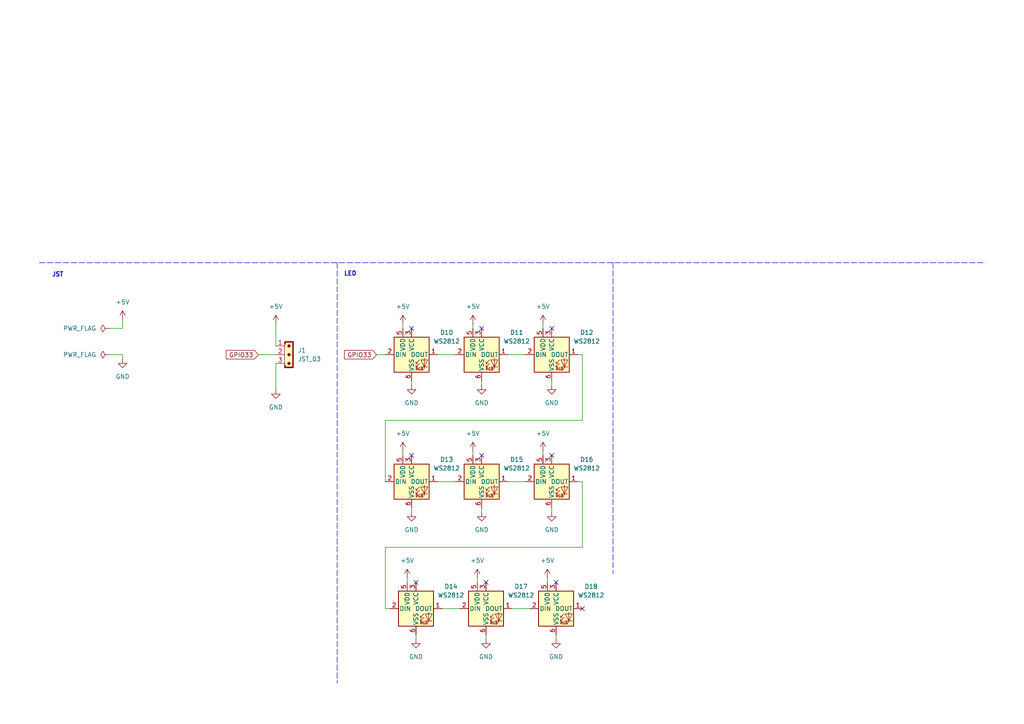
<source format=kicad_sch>
(kicad_sch (version 20250114) (generator "eeschema") (generator_version "9.0")
  (paper "A4")
  (title_block (title "Timer PCB Led") (date "27.05.25"))
  (lib_symbols
    (symbol "LED:WS2812" (pin_names (offset 0.254))
      (property "Reference" "D" (at 5.08 5.715 0))
      (property "Value" "WS2812" (at 1.27 -5.715 0))
      (symbol "WS2812_0_0"
        (text "RGB" (at 2.286 -4.191 0) (effects (font (size 0.762 0.762))))
      )
      (symbol "WS2812_0_1"
        (polyline (pts (xy 1.27 -2.54) (xy 1.778 -2.54)))
        (polyline (pts (xy 1.27 -3.556) (xy 1.778 -3.556)))
        (polyline (pts (xy 2.286 -1.524) (xy 1.27 -2.54) (xy 1.27 -2.032)))
        (polyline (pts (xy 2.286 -2.54) (xy 1.27 -3.556) (xy 1.27 -3.048)))
        (polyline (pts (xy 3.683 -1.016) (xy 3.683 -3.556) (xy 3.683 -4.064)))
        (polyline (pts (xy 4.699 -1.524) (xy 2.667 -1.524) (xy 3.683 -3.556) (xy 4.699 -1.524)))
        (polyline (pts (xy 4.699 -3.556) (xy 2.667 -3.556)))
        (rectangle (start 5.08 5.08) (end -5.08 -5.08) (stroke (width 0.254)) (fill (type background)))
      )
      (symbol "WS2812_1_1"
        (pin input line (at -7.62 0 0) (length 2.54) (name "DIN") (number "2"))
        (pin power_in line (at -2.54 7.62 270) (length 2.54) (name "VDD") (number "5"))
        (pin power_in line (at 0 7.62 270) (length 2.54) (name "VCC") (number "3"))
        (pin power_in line (at 0 -7.62 90) (length 2.54) (name "VSS") (number "6"))
        (pin no_connect line (at 5.08 2.54 180) (length 2.54) (hide yes) (name "NC") (number "4"))
        (pin output line (at 7.62 0 180) (length 2.54) (name "DOUT") (number "1"))
      )
    )
    (symbol "PCM_SL_Connectors:JST_03"
      (property "Reference" "J" (at 0 8.89 0))
      (property "Value" "JST_03" (at 0 6.35 0))
      (symbol "JST_03_0_1"
        (rectangle (start -1.27 3.81) (end 1.27 -3.81) (fill (type background)))
        (polyline (pts (xy -1.27 -3.048) (xy -1.27 -3.81) (xy 1.27 -3.81) (xy 1.27 -3.048) (xy 1.016 -3.048) (xy 1.016 -3.556) (xy -1.016 -3.556) (xy -1.016 -3.048) (xy -1.27 -3.048)) (fill (type outline)))
        (circle (center 0 2.54) (radius 0.381) (fill (type outline)))
        (circle (center 0 0) (radius 0.381) (fill (type outline)))
        (circle (center 0 -2.54) (radius 0.381) (fill (type outline)))
        (rectangle (start 1.016 3.048) (end 1.27 -3.048) (fill (type outline)))
        (polyline (pts (xy 1.27 3.048) (xy 1.27 3.81) (xy -1.27 3.81) (xy -1.27 3.048) (xy -1.016 3.048) (xy -1.016 3.556) (xy 1.016 3.556) (xy 1.016 3.048) (xy 1.27 3.048)) (fill (type outline)))
      )
      (symbol "JST_03_1_1"
        (pin passive line (at -3.81 2.54 0) (length 2.54) (name "") (number "1"))
        (pin passive line (at -3.81 0 0) (length 2.54) (name "") (number "2"))
        (pin passive line (at -3.81 -2.54 0) (length 2.54) (name "") (number "3"))
      )
    )
    (symbol "power:+5V" (power) (pin_numbers (hide yes)) (pin_names (offset 0) (hide yes))
      (property "Value" "+5V" (at 0 3.556 0))
      (symbol "+5V_0_1"
        (polyline (pts (xy -0.762 1.27) (xy 0 2.54)))
        (polyline (pts (xy 0 2.54) (xy 0.762 1.27)))
        (polyline (pts (xy 0 0) (xy 0 2.54)))
      )
      (symbol "+5V_1_1"
        (pin power_in line (at 0 0 90) (length 0) (name "~") (number "1"))
      )
    )
    (symbol "power:GND" (power) (pin_numbers (hide yes)) (pin_names (offset 0) (hide yes))
      (property "Value" "GND" (at 0 -3.81 0))
      (symbol "GND_0_1"
        (polyline (pts (xy 0 0) (xy 0 -1.27) (xy 1.27 -1.27) (xy 0 -2.54) (xy -1.27 -1.27) (xy 0 -1.27)))
      )
      (symbol "GND_1_1"
        (pin power_in line (at 0 0 270) (length 0) (name "~") (number "1"))
      )
    )
    (symbol "power:PWR_FLAG" (power) (pin_numbers (hide yes)) (pin_names (offset 0) (hide yes))
      (property "Value" "PWR_FLAG" (at 0 3.81 0))
      (symbol "PWR_FLAG_0_0"
        (pin power_out line (at 0 0 90) (length 0) (name "~") (number "1"))
      )
      (symbol "PWR_FLAG_0_1"
        (polyline (pts (xy 0 0) (xy 0 1.27) (xy -1.016 1.905) (xy 0 2.54) (xy 1.016 1.905) (xy 0 1.27)))
      )
    )
  )
  (text "LED" (at 101.6 79.502 0) (effects (font (size 1.27 1.27) (thickness 0.254) (bold yes))))
  (text "JST" (at 16.764 79.756 0) (effects (font (size 1.27 1.27) (thickness 0.254) (bold yes))))
  (no_connect (at 160.02 95.25))
  (no_connect (at 120.65 168.91))
  (no_connect (at 119.38 132.08))
  (no_connect (at 168.91 176.53))
  (no_connect (at 139.7 95.25))
  (no_connect (at 119.38 95.25))
  (no_connect (at 160.02 132.08))
  (no_connect (at 139.7 132.08))
  (no_connect (at 161.29 168.91))
  (no_connect (at 140.97 168.91))
  (wire (pts (xy 160.02 110.49) (xy 160.02 111.76)))
  (wire (pts (xy 111.76 121.92) (xy 111.76 139.7)))
  (wire (pts (xy 116.84 130.81) (xy 116.84 132.08)))
  (wire (pts (xy 138.43 167.64) (xy 138.43 168.91)))
  (wire (pts (xy 157.48 93.98) (xy 157.48 95.25)))
  (wire (pts (xy 168.91 139.7) (xy 167.64 139.7)))
  (wire (pts (xy 111.76 158.75) (xy 111.76 176.53)))
  (polyline (pts (xy 97.79 76.2) (xy 97.79 198.12)) (stroke (width 0) (type dash)))
  (wire (pts (xy 168.91 102.87) (xy 168.91 121.92)))
  (polyline (pts (xy 177.8 76.2) (xy 177.8 166.37)) (stroke (width 0) (type dash)))
  (wire (pts (xy 160.02 147.32) (xy 160.02 148.59)))
  (wire (pts (xy 139.7 147.32) (xy 139.7 148.59)))
  (wire (pts (xy 116.84 93.98) (xy 116.84 95.25)))
  (wire (pts (xy 137.16 93.98) (xy 137.16 95.25)))
  (wire (pts (xy 35.56 95.25) (xy 31.75 95.25)))
  (wire (pts (xy 147.32 102.87) (xy 152.4 102.87)))
  (wire (pts (xy 35.56 102.87) (xy 35.56 104.14)))
  (wire (pts (xy 137.16 130.81) (xy 137.16 132.08)))
  (wire (pts (xy 35.56 102.87) (xy 31.75 102.87)))
  (polyline (pts (xy 11.43 76.2) (xy 285.75 76.2)) (stroke (width 0) (type dash)))
  (wire (pts (xy 80.01 93.98) (xy 80.01 100.33)))
  (wire (pts (xy 168.91 121.92) (xy 111.76 121.92)))
  (wire (pts (xy 127 139.7) (xy 132.08 139.7)))
  (wire (pts (xy 147.32 139.7) (xy 152.4 139.7)))
  (wire (pts (xy 80.01 105.41) (xy 80.01 113.03)))
  (wire (pts (xy 109.22 102.87) (xy 111.76 102.87)))
  (wire (pts (xy 168.91 139.7) (xy 168.91 158.75)))
  (wire (pts (xy 120.65 184.15) (xy 120.65 185.42)))
  (wire (pts (xy 119.38 110.49) (xy 119.38 111.76)))
  (wire (pts (xy 158.75 167.64) (xy 158.75 168.91)))
  (wire (pts (xy 74.93 102.87) (xy 80.01 102.87)))
  (wire (pts (xy 35.56 92.71) (xy 35.56 95.25)))
  (wire (pts (xy 128.27 176.53) (xy 133.35 176.53)))
  (wire (pts (xy 168.91 158.75) (xy 111.76 158.75)))
  (wire (pts (xy 148.59 176.53) (xy 153.67 176.53)))
  (wire (pts (xy 119.38 147.32) (xy 119.38 148.59)))
  (wire (pts (xy 168.91 102.87) (xy 167.64 102.87)))
  (wire (pts (xy 127 102.87) (xy 132.08 102.87)))
  (wire (pts (xy 161.29 184.15) (xy 161.29 185.42)))
  (wire (pts (xy 118.11 167.64) (xy 118.11 168.91)))
  (wire (pts (xy 140.97 184.15) (xy 140.97 185.42)))
  (wire (pts (xy 157.48 130.81) (xy 157.48 132.08)))
  (wire (pts (xy 139.7 110.49) (xy 139.7 111.76)))
  (wire (pts (xy 111.76 176.53) (xy 113.03 176.53)))
  (global_label "GPIO33" (shape input) (at 109.22 102.87 180) (property "Intersheetrefs" "${INTERSHEET_REFS}" (effects (hide yes))))
  (global_label "GPIO33" (shape input) (at 74.93 102.87 180) (property "Intersheetrefs" "${INTERSHEET_REFS}" (effects (hide yes))))
  (symbol (lib_id "LED:WS2812") (at 120.65 176.53 0) (unit 1)
    (property "Reference" "D14" (at 130.81 170.1098 0))
    (property "Value" "WS2812" (at 130.81 172.6498 0))
    (property "Footprint" "LED_SMD:LED_WS2812_PLCC6_5.0x5.0mm_P1.6mm" (effects (hide yes)))
    (property "Datasheet" "https://cdn-shop.adafruit.com/datasheets/WS2812.pdf" (effects (hide yes)))
    (property "Description" "RGB LED with integrated controller" (effects (hide yes)))
  )
  (symbol (lib_id "LED:WS2812") (at 139.7 139.7 0) (unit 1)
    (property "Reference" "D15" (at 149.86 133.2798 0))
    (property "Value" "WS2812" (at 149.86 135.8198 0))
    (property "Footprint" "LED_SMD:LED_WS2812_PLCC6_5.0x5.0mm_P1.6mm" (effects (hide yes)))
    (property "Datasheet" "https://cdn-shop.adafruit.com/datasheets/WS2812.pdf" (effects (hide yes)))
    (property "Description" "RGB LED with integrated controller" (effects (hide yes)))
  )
  (symbol (lib_id "LED:WS2812") (at 161.29 176.53 0) (unit 1)
    (property "Reference" "D18" (at 171.45 170.1098 0))
    (property "Value" "WS2812" (at 171.45 172.6498 0))
    (property "Footprint" "LED_SMD:LED_WS2812_PLCC6_5.0x5.0mm_P1.6mm" (effects (hide yes)))
    (property "Datasheet" "https://cdn-shop.adafruit.com/datasheets/WS2812.pdf" (effects (hide yes)))
    (property "Description" "RGB LED with integrated controller" (effects (hide yes)))
  )
  (symbol (lib_id "power:GND") (at 119.38 148.59 0) (unit 1)
    (property "Reference" "#PWR023" (effects (hide yes)))
    (property "Value" "GND" (at 119.38 153.67 0))
    (property "Description" "Power symbol creates a global label with name \"GND\" , ground" (effects (hide yes)))
  )
  (symbol (lib_id "power:+5V") (at 116.84 130.81 0) (unit 1)
    (property "Reference" "#PWR022" (effects (hide yes)))
    (property "Value" "+5V" (at 116.84 125.73 0))
    (property "Description" "Power symbol creates a global label with name \"+5V\"" (effects (hide yes)))
  )
  (symbol (lib_id "power:+5V") (at 138.43 167.64 0) (unit 1)
    (property "Reference" "#PWR030" (effects (hide yes)))
    (property "Value" "+5V" (at 138.43 162.56 0))
    (property "Description" "Power symbol creates a global label with name \"+5V\"" (effects (hide yes)))
  )
  (symbol (lib_id "power:+5V") (at 158.75 167.64 0) (unit 1)
    (property "Reference" "#PWR032" (effects (hide yes)))
    (property "Value" "+5V" (at 158.75 162.56 0))
    (property "Description" "Power symbol creates a global label with name \"+5V\"" (effects (hide yes)))
  )
  (symbol (lib_id "power:+5V") (at 116.84 93.98 0) (unit 1)
    (property "Reference" "#PWR012" (effects (hide yes)))
    (property "Value" "+5V" (at 116.84 88.9 0))
    (property "Description" "Power symbol creates a global label with name \"+5V\"" (effects (hide yes)))
  )
  (symbol (lib_id "power:+5V") (at 35.56 92.71 0) (unit 1)
    (property "Reference" "#PWR016" (effects (hide yes)))
    (property "Value" "+5V" (at 35.56 87.63 0))
    (property "Description" "Power symbol creates a global label with name \"+5V\"" (effects (hide yes)))
  )
  (symbol (lib_id "power:+5V") (at 157.48 93.98 0) (unit 1)
    (property "Reference" "#PWR020" (effects (hide yes)))
    (property "Value" "+5V" (at 157.48 88.9 0))
    (property "Description" "Power symbol creates a global label with name \"+5V\"" (effects (hide yes)))
  )
  (symbol (lib_id "power:GND") (at 120.65 185.42 0) (unit 1)
    (property "Reference" "#PWR025" (effects (hide yes)))
    (property "Value" "GND" (at 120.65 190.5 0))
    (property "Description" "Power symbol creates a global label with name \"GND\" , ground" (effects (hide yes)))
  )
  (symbol (lib_id "LED:WS2812") (at 160.02 102.87 0) (unit 1)
    (property "Reference" "D12" (at 170.18 96.4498 0))
    (property "Value" "WS2812" (at 170.18 98.9898 0))
    (property "Footprint" "LED_SMD:LED_WS2812_PLCC6_5.0x5.0mm_P1.6mm" (effects (hide yes)))
    (property "Datasheet" "https://cdn-shop.adafruit.com/datasheets/WS2812.pdf" (effects (hide yes)))
    (property "Description" "RGB LED with integrated controller" (effects (hide yes)))
  )
  (symbol (lib_id "power:GND") (at 160.02 148.59 0) (unit 1)
    (property "Reference" "#PWR029" (effects (hide yes)))
    (property "Value" "GND" (at 160.02 153.67 0))
    (property "Description" "Power symbol creates a global label with name \"GND\" , ground" (effects (hide yes)))
  )
  (symbol (lib_id "power:+5V") (at 137.16 130.81 0) (unit 1)
    (property "Reference" "#PWR026" (effects (hide yes)))
    (property "Value" "+5V" (at 137.16 125.73 0))
    (property "Description" "Power symbol creates a global label with name \"+5V\"" (effects (hide yes)))
  )
  (symbol (lib_id "power:+5V") (at 118.11 167.64 0) (unit 1)
    (property "Reference" "#PWR024" (effects (hide yes)))
    (property "Value" "+5V" (at 118.11 162.56 0))
    (property "Description" "Power symbol creates a global label with name \"+5V\"" (effects (hide yes)))
  )
  (symbol (lib_id "power:GND") (at 35.56 104.14 0) (mirror y) (unit 1)
    (property "Reference" "#PWR017" (effects (hide yes)))
    (property "Value" "GND" (at 35.56 109.22 0))
    (property "Description" "Power symbol creates a global label with name \"GND\" , ground" (effects (hide yes)))
  )
  (symbol (lib_id "power:+5V") (at 157.48 130.81 0) (unit 1)
    (property "Reference" "#PWR028" (effects (hide yes)))
    (property "Value" "+5V" (at 157.48 125.73 0))
    (property "Description" "Power symbol creates a global label with name \"+5V\"" (effects (hide yes)))
  )
  (symbol (lib_id "LED:WS2812") (at 160.02 139.7 0) (unit 1)
    (property "Reference" "D16" (at 170.18 133.2798 0))
    (property "Value" "WS2812" (at 170.18 135.8198 0))
    (property "Footprint" "LED_SMD:LED_WS2812_PLCC6_5.0x5.0mm_P1.6mm" (effects (hide yes)))
    (property "Datasheet" "https://cdn-shop.adafruit.com/datasheets/WS2812.pdf" (effects (hide yes)))
    (property "Description" "RGB LED with integrated controller" (effects (hide yes)))
  )
  (symbol (lib_id "power:PWR_FLAG") (at 31.75 102.87 90) (unit 1)
    (property "Reference" "#FLG02" (effects (hide yes)))
    (property "Value" "PWR_FLAG" (at 27.94 102.8699 90) (effects (justify left)))
    (property "Description" "Special symbol for telling ERC where power comes from" (effects (hide yes)))
  )
  (symbol (lib_id "power:GND") (at 119.38 111.76 0) (unit 1)
    (property "Reference" "#PWR013" (effects (hide yes)))
    (property "Value" "GND" (at 119.38 116.84 0))
    (property "Description" "Power symbol creates a global label with name \"GND\" , ground" (effects (hide yes)))
  )
  (symbol (lib_id "power:GND") (at 139.7 111.76 0) (unit 1)
    (property "Reference" "#PWR019" (effects (hide yes)))
    (property "Value" "GND" (at 139.7 116.84 0))
    (property "Description" "Power symbol creates a global label with name \"GND\" , ground" (effects (hide yes)))
  )
  (symbol (lib_id "PCM_SL_Connectors:JST_03") (at 83.82 102.87 0) (unit 1)
    (property "Reference" "J1" (at 86.36 101.5999 0) (effects (justify left)))
    (property "Value" "JST_03" (at 86.36 104.1399 0) (effects (justify left)))
    (property "Footprint" "Connector_JST:JST_XH_S3B-XH-A-1_1x03_P2.50mm_Horizontal" (effects (hide yes)))
    (property "Description" "JST Connector  3 pins" (effects (hide yes)))
  )
  (symbol (lib_id "power:GND") (at 139.7 148.59 0) (unit 1)
    (property "Reference" "#PWR027" (effects (hide yes)))
    (property "Value" "GND" (at 139.7 153.67 0))
    (property "Description" "Power symbol creates a global label with name \"GND\" , ground" (effects (hide yes)))
  )
  (symbol (lib_id "power:GND") (at 160.02 111.76 0) (unit 1)
    (property "Reference" "#PWR021" (effects (hide yes)))
    (property "Value" "GND" (at 160.02 116.84 0))
    (property "Description" "Power symbol creates a global label with name \"GND\" , ground" (effects (hide yes)))
  )
  (symbol (lib_id "power:+5V") (at 137.16 93.98 0) (unit 1)
    (property "Reference" "#PWR018" (effects (hide yes)))
    (property "Value" "+5V" (at 137.16 88.9 0))
    (property "Description" "Power symbol creates a global label with name \"+5V\"" (effects (hide yes)))
  )
  (symbol (lib_id "power:GND") (at 140.97 185.42 0) (unit 1)
    (property "Reference" "#PWR031" (effects (hide yes)))
    (property "Value" "GND" (at 140.97 190.5 0))
    (property "Description" "Power symbol creates a global label with name \"GND\" , ground" (effects (hide yes)))
  )
  (symbol (lib_id "LED:WS2812") (at 139.7 102.87 0) (unit 1)
    (property "Reference" "D11" (at 149.86 96.4498 0))
    (property "Value" "WS2812" (at 149.86 98.9898 0))
    (property "Footprint" "LED_SMD:LED_WS2812_PLCC6_5.0x5.0mm_P1.6mm" (effects (hide yes)))
    (property "Datasheet" "https://cdn-shop.adafruit.com/datasheets/WS2812.pdf" (effects (hide yes)))
    (property "Description" "RGB LED with integrated controller" (effects (hide yes)))
  )
  (symbol (lib_id "power:GND") (at 80.01 113.03 0) (unit 1)
    (property "Reference" "#PWR015" (effects (hide yes)))
    (property "Value" "GND" (at 80.01 118.11 0))
    (property "Description" "Power symbol creates a global label with name \"GND\" , ground" (effects (hide yes)))
  )
  (symbol (lib_id "LED:WS2812") (at 140.97 176.53 0) (unit 1)
    (property "Reference" "D17" (at 151.13 170.1098 0))
    (property "Value" "WS2812" (at 151.13 172.6498 0))
    (property "Footprint" "LED_SMD:LED_WS2812_PLCC6_5.0x5.0mm_P1.6mm" (effects (hide yes)))
    (property "Datasheet" "https://cdn-shop.adafruit.com/datasheets/WS2812.pdf" (effects (hide yes)))
    (property "Description" "RGB LED with integrated controller" (effects (hide yes)))
  )
  (symbol (lib_id "LED:WS2812") (at 119.38 102.87 0) (unit 1)
    (property "Reference" "D10" (at 129.54 96.4498 0))
    (property "Value" "WS2812" (at 129.54 98.9898 0))
    (property "Footprint" "LED_SMD:LED_WS2812_PLCC6_5.0x5.0mm_P1.6mm" (effects (hide yes)))
    (property "Datasheet" "https://cdn-shop.adafruit.com/datasheets/WS2812.pdf" (effects (hide yes)))
    (property "Description" "RGB LED with integrated controller" (effects (hide yes)))
  )
  (symbol (lib_id "power:+5V") (at 80.01 93.98 0) (unit 1)
    (property "Reference" "#PWR014" (effects (hide yes)))
    (property "Value" "+5V" (at 80.01 88.9 0))
    (property "Description" "Power symbol creates a global label with name \"+5V\"" (effects (hide yes)))
  )
  (symbol (lib_id "power:PWR_FLAG") (at 31.75 95.25 90) (unit 1)
    (property "Reference" "#FLG01" (effects (hide yes)))
    (property "Value" "PWR_FLAG" (at 27.94 95.2499 90) (effects (justify left)))
    (property "Description" "Special symbol for telling ERC where power comes from" (effects (hide yes)))
  )
  (symbol (lib_id "LED:WS2812") (at 119.38 139.7 0) (unit 1)
    (property "Reference" "D13" (at 129.54 133.2798 0))
    (property "Value" "WS2812" (at 129.54 135.8198 0))
    (property "Footprint" "LED_SMD:LED_WS2812_PLCC6_5.0x5.0mm_P1.6mm" (effects (hide yes)))
    (property "Datasheet" "https://cdn-shop.adafruit.com/datasheets/WS2812.pdf" (effects (hide yes)))
    (property "Description" "RGB LED with integrated controller" (effects (hide yes)))
  )
  (symbol (lib_id "power:GND") (at 161.29 185.42 0) (unit 1)
    (property "Reference" "#PWR033" (effects (hide yes)))
    (property "Value" "GND" (at 161.29 190.5 0))
    (property "Description" "Power symbol creates a global label with name \"GND\" , ground" (effects (hide yes)))
  )
)
</source>
